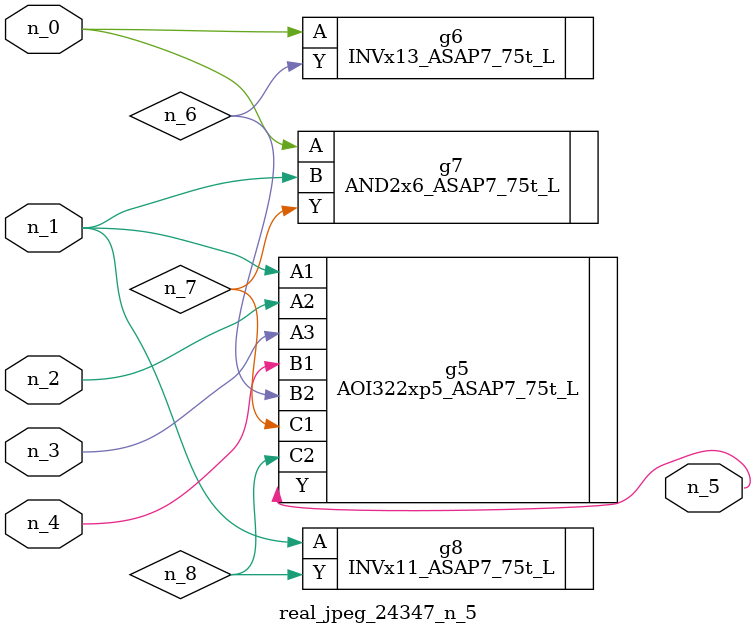
<source format=v>
module real_jpeg_24347_n_5 (n_4, n_0, n_1, n_2, n_3, n_5);

input n_4;
input n_0;
input n_1;
input n_2;
input n_3;

output n_5;

wire n_8;
wire n_6;
wire n_7;

INVx13_ASAP7_75t_L g6 ( 
.A(n_0),
.Y(n_6)
);

AND2x6_ASAP7_75t_L g7 ( 
.A(n_0),
.B(n_1),
.Y(n_7)
);

AOI322xp5_ASAP7_75t_L g5 ( 
.A1(n_1),
.A2(n_2),
.A3(n_3),
.B1(n_4),
.B2(n_6),
.C1(n_7),
.C2(n_8),
.Y(n_5)
);

INVx11_ASAP7_75t_L g8 ( 
.A(n_1),
.Y(n_8)
);


endmodule
</source>
